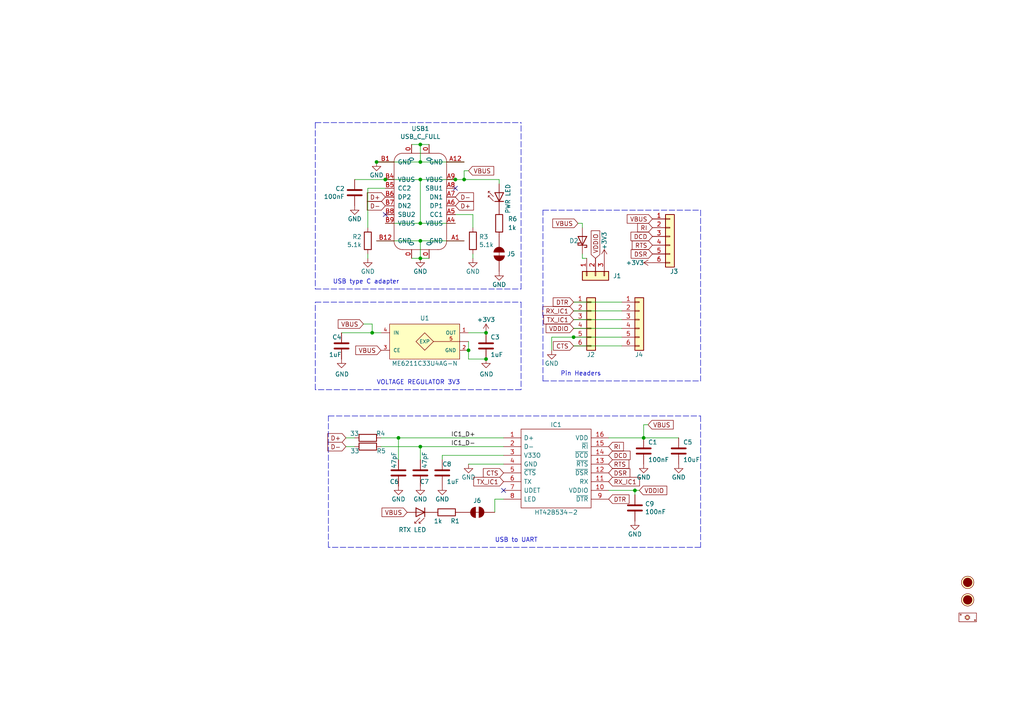
<source format=kicad_sch>
(kicad_sch (version 20211123) (generator eeschema)
  (paper "A4")
  (title_block (title "USBTTL_HT42B534-2") (date "2021-01-08") (rev "0.2") (company "GroundStudio.ro") (comment 1 "Schematic: Victor"))
  (lib_symbols
    (symbol "GS_Local:+3V3" (power) (pin_names (offset 0))
      (property "Value" "+3V3" (at 0 3.556 0))
      (symbol "+3V3_0_1"
        (polyline (pts (xy -0.762 1.27) (xy 0 2.54)))
        (polyline (pts (xy 0 0) (xy 0 2.54)))
        (polyline (pts (xy 0 2.54) (xy 0.762 1.27)))
      )
      (symbol "+3V3_1_1"
        (pin power_in line (at 0 0 90) (length 0) hide (name "+3V3") (number "1"))
      )
    )
    (symbol "GS_Local:C" (pin_numbers hide) (pin_names (offset 0.254))
      (property "Reference" "C" (at 0.635 2.54 0))
      (property "Value" "C" (at 0.635 -2.54 0))
      (symbol "C_0_1"
        (polyline (pts (xy -2.032 -0.762) (xy 2.032 -0.762)) (stroke (width 0.508)))
        (polyline (pts (xy -2.032 0.762) (xy 2.032 0.762)) (stroke (width 0.508)))
      )
      (symbol "C_1_1"
        (pin passive line (at 0 3.81 270) (length 2.794) (name "~") (number "1"))
        (pin passive line (at 0 -3.81 90) (length 2.794) (name "~") (number "2"))
      )
    )
    (symbol "GS_Local:Conn_01x03" (pin_names (offset 1.016) hide)
      (property "Reference" "J" (at 0 5.08 0))
      (property "Value" "Conn_01x03" (at 0 -5.08 0))
      (symbol "Conn_01x03_1_1"
        (rectangle (start -1.27 -2.413) (end 0 -2.667) (stroke (width 0.1524)))
        (rectangle (start -1.27 0.127) (end 0 -0.127) (stroke (width 0.1524)))
        (rectangle (start -1.27 2.667) (end 0 2.413) (stroke (width 0.1524)))
        (rectangle (start -1.27 3.81) (end 1.27 -3.81) (stroke (width 0.254)) (fill (type background)))
        (pin passive line (at -5.08 2.54 0) (length 3.81) (name "Pin_1") (number "1"))
        (pin passive line (at -5.08 0 0) (length 3.81) (name "Pin_2") (number "2"))
        (pin passive line (at -5.08 -2.54 0) (length 3.81) (name "Pin_3") (number "3"))
      )
    )
    (symbol "GS_Local:Conn_01x06" (pin_names (offset 1.016) hide)
      (property "Reference" "J" (at 0 7.62 0))
      (property "Value" "Conn_01x06" (at 0 -10.16 0))
      (symbol "Conn_01x06_1_1"
        (rectangle (start -1.27 -7.493) (end 0 -7.747) (stroke (width 0.1524)))
        (rectangle (start -1.27 -4.953) (end 0 -5.207) (stroke (width 0.1524)))
        (rectangle (start -1.27 -2.413) (end 0 -2.667) (stroke (width 0.1524)))
        (rectangle (start -1.27 0.127) (end 0 -0.127) (stroke (width 0.1524)))
        (rectangle (start -1.27 2.667) (end 0 2.413) (stroke (width 0.1524)))
        (rectangle (start -1.27 5.207) (end 0 4.953) (stroke (width 0.1524)))
        (rectangle (start -1.27 6.35) (end 1.27 -8.89) (stroke (width 0.254)) (fill (type background)))
        (pin passive line (at -5.08 5.08 0) (length 3.81) (name "Pin_1") (number "1"))
        (pin passive line (at -5.08 2.54 0) (length 3.81) (name "Pin_2") (number "2"))
        (pin passive line (at -5.08 0 0) (length 3.81) (name "Pin_3") (number "3"))
        (pin passive line (at -5.08 -2.54 0) (length 3.81) (name "Pin_4") (number "4"))
        (pin passive line (at -5.08 -5.08 0) (length 3.81) (name "Pin_5") (number "5"))
        (pin passive line (at -5.08 -7.62 0) (length 3.81) (name "Pin_6") (number "6"))
      )
    )
    (symbol "GS_Local:DY-IR333C-A" (pin_numbers hide) (pin_names (offset 1.016) hide)
      (property "Reference" "D" (at 0.508 1.778 0))
      (property "Value" "DY-IR333C-A" (at -1.016 -2.794 0))
      (symbol "DY-IR333C-A_0_1"
        (polyline (pts (xy -2.54 1.27) (xy -2.54 -1.27)) (stroke (width 0.254)))
        (polyline (pts (xy 0 0) (xy -2.54 0)))
        (polyline (pts (xy 0.381 3.175) (xy -0.127 3.175)))
        (polyline (pts (xy -1.143 1.651) (xy 0.381 3.175) (xy 0.381 2.667)))
        (polyline (pts (xy 0 -1.27) (xy -2.54 0) (xy 0 1.27) (xy 0 -1.27)) (stroke (width 0.254)))
        (polyline (pts (xy -2.413 1.651) (xy -0.889 3.175) (xy -0.889 2.667) (xy -0.889 3.175) (xy -1.397 3.175)))
      )
      (symbol "DY-IR333C-A_1_1"
        (pin passive line (at -5.08 0 0) (length 2.54) (name "K") (number "1"))
        (pin passive line (at 2.54 0 180) (length 2.54) (name "A") (number "2"))
      )
    )
    (symbol "GS_Local:D_Schottky" (pin_numbers hide) (pin_names (offset 1.016) hide)
      (property "Reference" "D" (at 0 2.54 0))
      (property "Value" "D_Schottky" (at 0 -2.54 0))
      (symbol "D_Schottky_0_1"
        (polyline (pts (xy 1.27 0) (xy -1.27 0)))
        (polyline (pts (xy 1.27 1.27) (xy 1.27 -1.27) (xy -1.27 0) (xy 1.27 1.27)) (stroke (width 0.254)))
        (polyline (pts (xy -1.905 0.635) (xy -1.905 1.27) (xy -1.27 1.27) (xy -1.27 -1.27) (xy -0.635 -1.27) (xy -0.635 -0.635)) (stroke (width 0.254)))
      )
      (symbol "D_Schottky_1_1"
        (pin passive line (at -3.81 0 0) (length 2.54) (name "K") (number "1"))
        (pin passive line (at 3.81 0 180) (length 2.54) (name "A") (number "2"))
      )
    )
    (symbol "GS_Local:Fiducial" (pin_numbers hide) (pin_names (offset 0) hide)
      (property "Value" "Fiducial" (at 0 2.54 0))
      (symbol "Fiducial_0_1"
        (circle (center 0 0) (radius 1.27) (fill (type outline)))
        (circle (center 0 0) (radius 1.8034) (fill (type background)))
      )
    )
    (symbol "GS_Local:GND" (power) (pin_names (offset 0))
      (property "Value" "GND" (at 0 -3.81 0))
      (symbol "GND_0_1"
        (polyline (pts (xy 0 0) (xy 0 -1.27) (xy 1.27 -1.27) (xy 0 -2.54) (xy -1.27 -1.27) (xy 0 -1.27)))
      )
      (symbol "GND_1_1"
        (pin power_in line (at 0 0 270) (length 0) hide (name "GND") (number "1"))
      )
    )
    (symbol "GS_Local:HT42B534-2" (pin_names (offset 0.762))
      (property "Reference" "IC" (at 26.67 7.62 0))
      (property "Value" "HT42B534-2" (at 26.67 5.08 0))
      (symbol "HT42B534-2_0_0"
        (pin passive line (at 0 0 0) (length 5.08) (name "D+") (number "1"))
        (pin passive line (at 30.48 -15.24 180) (length 5.08) (name "VDDIO") (number "10"))
        (pin passive line (at 30.48 -12.7 180) (length 5.08) (name "RX") (number "11"))
        (pin passive line (at 30.48 -10.16 180) (length 5.08) (name "~{DSR}") (number "12"))
        (pin passive line (at 30.48 -7.62 180) (length 5.08) (name "~{RTS}") (number "13"))
        (pin passive line (at 30.48 -5.08 180) (length 5.08) (name "~{DCD}") (number "14"))
        (pin passive line (at 30.48 -2.54 180) (length 5.08) (name "~{RI}") (number "15"))
        (pin passive line (at 30.48 0 180) (length 5.08) (name "VDD") (number "16"))
        (pin passive line (at 0 -2.54 0) (length 5.08) (name "D-") (number "2"))
        (pin passive line (at 0 -5.08 0) (length 5.08) (name "V33O") (number "3"))
        (pin passive line (at 0 -7.62 0) (length 5.08) (name "GND") (number "4"))
        (pin passive line (at 0 -10.16 0) (length 5.08) (name "~{CTS}") (number "5"))
        (pin passive line (at 0 -12.7 0) (length 5.08) (name "TX") (number "6"))
        (pin passive line (at 0 -15.24 0) (length 5.08) (name "UDET") (number "7"))
        (pin passive line (at 0 -17.78 0) (length 5.08) (name "LED") (number "8"))
        (pin passive line (at 30.48 -17.78 180) (length 5.08) (name "~{DTR}") (number "9"))
      )
      (symbol "HT42B534-2_0_1"
        (polyline (pts (xy 5.08 2.54) (xy 25.4 2.54) (xy 25.4 -20.32) (xy 5.08 -20.32) (xy 5.08 2.54)) (stroke (width 0.1524)))
      )
    )
    (symbol "GS_Local:ME6211C33U4AG-N" (pin_names (offset 1.016))
      (property "Reference" "REG" (at -8.89 8.89 0))
      (property "Value" "ME6211C33U4AG-N" (at -8.89 -5.08 0))
      (symbol "ME6211C33U4AG-N_0_0"
        (pin power_out line (at 12.7 5.08 180) (length 2.54) (name "OUT") (number "1"))
        (pin power_in line (at 12.7 0 180) (length 2.54) (name "GND") (number "2"))
        (pin power_in line (at -12.7 0 0) (length 2.54) (name "CE") (number "3"))
        (pin power_in line (at -12.7 5.08 0) (length 2.54) (name "IN") (number "4"))
        (pin power_out line (at 12.7 2.54 180) (length 10.16) (name "EXP") (number "5"))
      )
      (symbol "ME6211C33U4AG-N_0_1"
        (rectangle (start -10.16 7.62) (end 10.16 -2.54) (fill (type background)))
        (polyline (pts (xy -2.54 2.54) (xy 0 5.08) (xy 2.54 2.54) (xy 0 0) (xy -2.54 2.54)))
      )
    )
    (symbol "GS_Local:PCB" (pin_names (offset 1.016))
      (symbol "PCB_0_1"
        (rectangle (start -2.54 1.27) (end 2.54 -1.27))
        (circle (center -2.032 0.7874) (radius 0.1778) (fill (type background)))
        (rectangle (start -0.5334 0.4318) (end 0.381 -0.4826) (fill (type background)))
        (polyline (pts (xy -0.254 -0.4826) (xy -0.254 -0.7874)))
        (polyline (pts (xy 0.1016 -0.5334) (xy 0.1016 -0.8128)))
        (polyline (pts (xy 0.381 0.1524) (xy 0.6604 0.1524)))
        (polyline (pts (xy 0.4064 -0.2032) (xy 0.6858 -0.2032)))
      )
      (symbol "PCB_1_1"
        (polyline (pts (xy -0.8636 -0.2032) (xy -0.5842 -0.2032)))
        (polyline (pts (xy -0.8636 0.2032) (xy -0.5842 0.2032)))
        (polyline (pts (xy -0.254 0.508) (xy -0.254 0.7874)))
        (polyline (pts (xy 0.1016 0.508) (xy 0.1016 0.7874)))
        (circle (center 2.1082 -0.8128) (radius 0.1778) (fill (type background)))
      )
    )
    (symbol "GS_Local:R" (pin_numbers hide) (pin_names (offset 0))
      (property "Reference" "R" (at 2.032 0 90))
      (property "Value" "R" (at 0 0 90))
      (symbol "R_0_1"
        (rectangle (start -1.016 -2.54) (end 1.016 2.54) (stroke (width 0.254)))
      )
      (symbol "R_1_1"
        (pin passive line (at 0 3.81 270) (length 1.27) (name "~") (number "1"))
        (pin passive line (at 0 -3.81 90) (length 1.27) (name "~") (number "2"))
      )
    )
    (symbol "GS_Local:SolderJumper_NC" (pin_numbers hide) (pin_names (offset 0) hide)
      (property "Reference" "J" (at 0 10.16 0))
      (property "Value" "SolderJumper_NC" (at 3.81 0 90))
      (symbol "SolderJumper_NC_0_1"
        (polyline (pts (xy 1.524 0.508) (xy -1.524 0.508)))
        (polyline (pts (xy 0 0.6604) (xy 0 -0.6096) (xy 0.0508 -0.7112)))
        (arc (start 1.4986 0.508) (mid -0.0254 1.982) (end -1.5494 0.508) (fill (type outline)))
      )
      (symbol "SolderJumper_NC_1_1"
        (arc (start -1.4986 -0.508) (mid 0.0254 -1.982) (end 1.5494 -0.508) (fill (type outline)))
        (polyline (pts (xy -1.524 -0.508) (xy 1.524 -0.508)))
        (pin passive line (at 0 5.08 270) (length 2.9972) (name "1") (number "1"))
        (pin passive line (at 0 -5.08 90) (length 2.9972) (name "2") (number "2"))
      )
    )
    (symbol "GS_Local:USB_C_FULL" (pin_names (offset 1.016))
      (property "Reference" "USB" (at 5.5118 -16.7386 0))
      (property "Value" "USB_C_FULL" (at -9.6266 13.9446 0))
      (symbol "USB_C_FULL_0_1"
        (arc (start -7.62 -12.7) (mid -6.9073 -14.5273) (end -5.08 -15.24))
        (arc (start -5.08 12.7) (mid -6.9073 11.9873) (end -7.62 10.16))
        (polyline (pts (xy -7.62 10.16) (xy -7.62 -12.7)))
        (polyline (pts (xy -5.08 -15.24) (xy 5.08 -15.24)))
        (polyline (pts (xy 5.08 12.7) (xy -5.08 12.7)))
        (polyline (pts (xy 7.62 -12.7) (xy 7.62 10.16)))
        (arc (start 5.08 -15.24) (mid 6.9331 -14.5351) (end 7.62 -12.6746))
        (arc (start 7.62 10.16) (mid 6.9073 11.9873) (end 5.08 12.7))
      )
      (symbol "USB_C_FULL_1_1"
        (pin passive line (at -2.54 -17.78 90) (length 2.54) (name "0") (number "0"))
        (pin passive line (at -2.54 15.24 270) (length 2.54) (name "0") (number "0"))
        (pin passive line (at 2.54 -17.78 90) (length 2.54) (name "0") (number "0"))
        (pin passive line (at 2.54 15.24 270) (length 2.54) (name "0") (number "0"))
        (pin power_in line (at 12.7 -12.7 180) (length 5.08) (name "GND") (number "A1"))
        (pin power_in line (at 12.7 10.16 180) (length 5.08) (name "GND") (number "A12"))
        (pin power_in line (at 10.16 -7.62 180) (length 2.54) (name "VBUS") (number "A4"))
        (pin bidirectional line (at 10.16 -5.08 180) (length 2.54) (name "CC1") (number "A5"))
        (pin bidirectional line (at 10.16 -2.54 180) (length 2.54) (name "DP1") (number "A6"))
        (pin bidirectional line (at 10.16 0 180) (length 2.54) (name "DN1") (number "A7"))
        (pin bidirectional line (at 10.16 2.54 180) (length 2.54) (name "SBU1") (number "A8"))
        (pin power_in line (at 10.16 5.08 180) (length 2.54) (name "VBUS") (number "A9"))
        (pin power_in line (at -12.7 10.16 0) (length 5.08) (name "GND") (number "B1"))
        (pin power_in line (at -12.7 -12.7 0) (length 5.08) (name "GND") (number "B12"))
        (pin power_in line (at -10.16 5.08 0) (length 2.54) (name "VBUS") (number "B4"))
        (pin bidirectional line (at -10.16 2.54 0) (length 2.54) (name "CC2") (number "B5"))
        (pin bidirectional line (at -10.16 0 0) (length 2.54) (name "DP2") (number "B6"))
        (pin bidirectional line (at -10.16 -2.54 0) (length 2.54) (name "DN2") (number "B7"))
        (pin bidirectional line (at -10.16 -5.08 0) (length 2.54) (name "SBU2") (number "B8"))
        (pin power_in line (at -10.16 -7.62 0) (length 2.54) (name "VBUS") (number "B9"))
      )
    )
  )
  (junction (at 109.22 46.99))
  (junction (at 121.92 46.99))
  (junction (at 184.15 142.24))
  (junction (at 132.08 52.07))
  (junction (at 134.62 52.07))
  (junction (at 121.92 74.93))
  (junction (at 111.76 52.07))
  (junction (at 166.37 97.79))
  (junction (at 121.92 129.54))
  (junction (at 121.92 69.85))
  (junction (at 121.92 52.07))
  (junction (at 121.92 41.91))
  (junction (at 107.95 96.52))
  (junction (at 140.97 96.52))
  (junction (at 135.89 101.6))
  (junction (at 186.69 127))
  (junction (at 115.57 127))
  (junction (at 140.97 104.14))
  (junction (at 121.92 64.77))
  (no_connect (at 132.08 54.61))
  (no_connect (at 146.05 142.24))
  (no_connect (at 111.76 62.23))
  (wire (pts (xy 124.46 74.93) (xy 121.92 74.93)))
  (polyline (pts (xy 203.2 120.65) (xy 203.2 158.75)))
  (polyline (pts (xy 91.44 87.63) (xy 151.13 87.63)))
  (wire (pts (xy 121.92 64.77) (xy 132.08 64.77)))
  (wire (pts (xy 99.06 96.52) (xy 107.95 96.52)))
  (wire (pts (xy 180.34 97.79) (xy 166.37 97.79)))
  (wire (pts (xy 121.92 52.07) (xy 132.08 52.07)))
  (wire (pts (xy 111.76 64.77) (xy 121.92 64.77)))
  (wire (pts (xy 100.33 127) (xy 102.87 127)))
  (wire (pts (xy 121.92 129.54) (xy 146.05 129.54)))
  (wire (pts (xy 121.92 41.91) (xy 121.92 46.99)))
  (wire (pts (xy 134.62 49.53) (xy 134.62 52.07)))
  (wire (pts (xy 137.16 62.23) (xy 137.16 66.04)))
  (wire (pts (xy 128.27 132.08) (xy 146.05 132.08)))
  (polyline (pts (xy 95.25 120.65) (xy 203.2 120.65)))
  (wire (pts (xy 107.95 96.52) (xy 110.49 96.52)))
  (wire (pts (xy 180.34 90.17) (xy 166.37 90.17)))
  (wire (pts (xy 180.34 95.25) (xy 166.37 95.25)))
  (polyline (pts (xy 157.48 110.49) (xy 157.48 60.96)))
  (wire (pts (xy 111.76 54.61) (xy 106.68 54.61)))
  (wire (pts (xy 115.57 133.35) (xy 115.57 127)))
  (wire (pts (xy 109.22 69.85) (xy 121.92 69.85)))
  (wire (pts (xy 110.49 129.54) (xy 121.92 129.54)))
  (wire (pts (xy 180.34 87.63) (xy 166.37 87.63)))
  (wire (pts (xy 137.16 74.93) (xy 137.16 73.66)))
  (wire (pts (xy 121.92 69.85) (xy 134.62 69.85)))
  (polyline (pts (xy 91.44 35.56) (xy 91.44 83.82)))
  (wire (pts (xy 186.69 127) (xy 196.85 127)))
  (wire (pts (xy 160.02 97.79) (xy 160.02 101.6)))
  (wire (pts (xy 119.38 74.93) (xy 121.92 74.93)))
  (wire (pts (xy 135.89 104.14) (xy 135.89 101.6)))
  (polyline (pts (xy 157.48 110.49) (xy 203.2 110.49)))
  (wire (pts (xy 121.92 46.99) (xy 134.62 46.99)))
  (wire (pts (xy 106.68 73.66) (xy 106.68 74.93)))
  (wire (pts (xy 111.76 52.07) (xy 121.92 52.07)))
  (polyline (pts (xy 91.44 113.03) (xy 91.44 87.63)))
  (wire (pts (xy 166.37 97.79) (xy 160.02 97.79)))
  (wire (pts (xy 168.91 73.66) (xy 168.91 74.93)))
  (wire (pts (xy 134.62 52.07) (xy 144.78 52.07)))
  (wire (pts (xy 176.53 142.24) (xy 184.15 142.24)))
  (wire (pts (xy 168.91 74.93) (xy 170.18 74.93)))
  (polyline (pts (xy 151.13 87.63) (xy 151.13 113.03)))
  (wire (pts (xy 121.92 41.91) (xy 124.46 41.91)))
  (wire (pts (xy 107.95 93.98) (xy 107.95 96.52)))
  (polyline (pts (xy 91.44 83.82) (xy 151.13 83.82)))
  (wire (pts (xy 184.15 143.51) (xy 184.15 142.24)))
  (wire (pts (xy 105.41 93.98) (xy 107.95 93.98)))
  (wire (pts (xy 121.92 133.35) (xy 121.92 129.54)))
  (wire (pts (xy 128.27 132.08) (xy 128.27 133.35)))
  (wire (pts (xy 180.34 92.71) (xy 166.37 92.71)))
  (wire (pts (xy 119.38 41.91) (xy 121.92 41.91)))
  (wire (pts (xy 143.51 144.78) (xy 143.51 148.59)))
  (wire (pts (xy 135.89 99.06) (xy 135.89 101.6)))
  (polyline (pts (xy 157.48 60.96) (xy 203.2 60.96)))
  (wire (pts (xy 144.78 52.07) (xy 144.78 53.34)))
  (wire (pts (xy 168.91 64.77) (xy 168.91 66.04)))
  (wire (pts (xy 121.92 74.93) (xy 121.92 69.85)))
  (wire (pts (xy 167.64 64.77) (xy 168.91 64.77)))
  (polyline (pts (xy 151.13 113.03) (xy 91.44 113.03)))
  (wire (pts (xy 132.08 62.23) (xy 137.16 62.23)))
  (wire (pts (xy 186.69 123.19) (xy 187.96 123.19)))
  (wire (pts (xy 176.53 127) (xy 186.69 127)))
  (wire (pts (xy 102.87 52.07) (xy 111.76 52.07)))
  (wire (pts (xy 185.42 142.24) (xy 184.15 142.24)))
  (wire (pts (xy 186.69 123.19) (xy 186.69 127)))
  (wire (pts (xy 146.05 144.78) (xy 143.51 144.78)))
  (polyline (pts (xy 95.25 158.75) (xy 95.25 120.65)))
  (polyline (pts (xy 91.44 35.56) (xy 151.13 35.56)))
  (wire (pts (xy 132.08 52.07) (xy 134.62 52.07)))
  (polyline (pts (xy 203.2 60.96) (xy 203.2 110.49)))
  (wire (pts (xy 106.68 54.61) (xy 106.68 66.04)))
  (wire (pts (xy 121.92 52.07) (xy 121.92 64.77)))
  (polyline (pts (xy 203.2 158.75) (xy 95.25 158.75)))
  (wire (pts (xy 135.89 104.14) (xy 140.97 104.14)))
  (wire (pts (xy 135.89 49.53) (xy 134.62 49.53)))
  (wire (pts (xy 100.33 129.54) (xy 102.87 129.54)))
  (wire (pts (xy 110.49 127) (xy 115.57 127)))
  (wire (pts (xy 109.22 46.99) (xy 121.92 46.99)))
  (polyline (pts (xy 151.13 83.82) (xy 151.13 35.56)))
  (wire (pts (xy 180.34 100.33) (xy 166.37 100.33)))
  (wire (pts (xy 135.89 96.52) (xy 140.97 96.52)))
  (wire (pts (xy 115.57 127) (xy 146.05 127)))
  (wire (pts (xy 135.89 134.62) (xy 146.05 134.62)))
  (text "USB to UART" (at 143.51 157.48 0) (effects (font (size 1.27 1.27)) (justify left bottom)))
  (text "USB type C adapter" (at 96.52 82.55 0) (effects (font (size 1.27 1.27)) (justify left bottom)))
  (text "Pin Headers" (at 162.56 109.22 0) (effects (font (size 1.27 1.27)) (justify left bottom)))
  (text "VOLTAGE REGULATOR 3V3" (at 109.22 111.76 0) (effects (font (size 1.27 1.27)) (justify left bottom)))
  (label "IC1_D+" (at 130.81 127 0))
  (label "IC1_D-" (at 130.81 129.54 0))
  (global_label "VBUS" (shape input) (at 187.96 123.19 0) (property "Intersheet References" "${INTERSHEET_REFS}" (effects hide)))
  (global_label "TX_IC1" (shape input) (at 146.05 139.7 180) (property "Intersheet References" "${INTERSHEET_REFS}" (effects hide)))
  (global_label "CTS" (shape input) (at 166.37 100.33 180) (property "Intersheet References" "${INTERSHEET_REFS}" (effects hide)))
  (global_label "RX_IC1" (shape input) (at 166.37 90.17 180) (property "Intersheet References" "${INTERSHEET_REFS}" (effects hide)))
  (global_label "D+" (shape input) (at 132.08 59.69 0) (property "Intersheet References" "${INTERSHEET_REFS}" (effects hide)))
  (global_label "VBUS" (shape input) (at 135.89 49.53 0) (property "Intersheet References" "${INTERSHEET_REFS}" (effects hide)))
  (global_label "RI" (shape input) (at 189.23 66.04 180) (property "Intersheet References" "${INTERSHEET_REFS}" (effects hide)))
  (global_label "RX_IC1" (shape input) (at 176.53 139.7 0) (property "Intersheet References" "${INTERSHEET_REFS}" (effects hide)))
  (global_label "D-" (shape input) (at 111.76 59.69 180) (property "Intersheet References" "${INTERSHEET_REFS}" (effects hide)))
  (global_label "VDDIO" (shape input) (at 185.42 142.24 0) (property "Intersheet References" "${INTERSHEET_REFS}" (effects hide)))
  (global_label "VBUS" (shape input) (at 167.64 64.77 180) (property "Intersheet References" "${INTERSHEET_REFS}" (effects hide)))
  (global_label "DTR" (shape input) (at 166.37 87.63 180) (property "Intersheet References" "${INTERSHEET_REFS}" (effects hide)))
  (global_label "DSR" (shape input) (at 176.53 137.16 0) (property "Intersheet References" "${INTERSHEET_REFS}" (effects hide)))
  (global_label "D-" (shape input) (at 100.33 129.54 180) (property "Intersheet References" "${INTERSHEET_REFS}" (effects hide)))
  (global_label "DTR" (shape input) (at 176.53 144.78 0) (property "Intersheet References" "${INTERSHEET_REFS}" (effects hide)))
  (global_label "RTS" (shape input) (at 189.23 71.12 180) (property "Intersheet References" "${INTERSHEET_REFS}" (effects hide)))
  (global_label "DCD" (shape input) (at 189.23 68.58 180) (property "Intersheet References" "${INTERSHEET_REFS}" (effects hide)))
  (global_label "VBUS" (shape input) (at 105.41 93.98 180) (property "Intersheet References" "${INTERSHEET_REFS}" (effects hide)))
  (global_label "DSR" (shape input) (at 189.23 73.66 180) (property "Intersheet References" "${INTERSHEET_REFS}" (effects hide)))
  (global_label "VBUS" (shape input) (at 189.23 63.5 180) (property "Intersheet References" "${INTERSHEET_REFS}" (effects hide)))
  (global_label "TX_IC1" (shape input) (at 166.37 92.71 180) (property "Intersheet References" "${INTERSHEET_REFS}" (effects hide)))
  (global_label "VBUS" (shape input) (at 110.49 101.6 180) (property "Intersheet References" "${INTERSHEET_REFS}" (effects hide)))
  (global_label "CTS" (shape input) (at 146.05 137.16 180) (property "Intersheet References" "${INTERSHEET_REFS}" (effects hide)))
  (global_label "D-" (shape input) (at 132.08 57.15 0) (property "Intersheet References" "${INTERSHEET_REFS}" (effects hide)))
  (global_label "RTS" (shape input) (at 176.53 134.62 0) (property "Intersheet References" "${INTERSHEET_REFS}" (effects hide)))
  (global_label "VBUS" (shape input) (at 118.11 148.59 180) (property "Intersheet References" "${INTERSHEET_REFS}" (effects hide)))
  (global_label "VDDIO" (shape input) (at 166.37 95.25 180) (property "Intersheet References" "${INTERSHEET_REFS}" (effects hide)))
  (global_label "RI" (shape input) (at 176.53 129.54 0) (property "Intersheet References" "${INTERSHEET_REFS}" (effects hide)))
  (global_label "D+" (shape input) (at 100.33 127 180) (property "Intersheet References" "${INTERSHEET_REFS}" (effects hide)))
  (global_label "VDDIO" (shape input) (at 172.72 74.93 90) (property "Intersheet References" "${INTERSHEET_REFS}" (effects hide)))
  (global_label "D+" (shape input) (at 111.76 57.15 180) (property "Intersheet References" "${INTERSHEET_REFS}" (effects hide)))
  (global_label "DCD" (shape input) (at 176.53 132.08 0) (property "Intersheet References" "${INTERSHEET_REFS}" (effects hide)))
  (symbol (lib_id "GS_Local:USB_C_FULL") (at 121.92 57.15 0) (unit 1)
    (property "Reference" "USB1" (at 121.92 37.3126 0))
    (property "Value" "USB_C_FULL" (at 121.92 39.624 0))
    (property "Footprint" "GS_Local:USB_C_C167321" (effects hide))
    (property "Datasheet" "https://datasheet.lcsc.com/szlcsc/1811101520_Jing-Extension-of-the-Electronic-Co-C167321_C167321.pdf" (effects hide))
    (property "MPN" "918-418K2023S40001" (effects hide))
    (property "LCSC" "C167321" (effects hide))
  )
  (symbol (lib_id "GS_Local:HT42B534-2") (at 146.05 127 0) (unit 1)
    (property "Reference" "IC1" (at 161.29 123.19 0))
    (property "Value" "HT42B534-2" (at 161.29 148.59 0))
    (property "Footprint" "GS_Local:SOP-16_150MIL" (effects hide))
    (property "Datasheet" "https://datasheet.lcsc.com/szlcsc/2003091732_Holtek-Semicon-HT42B534-2_C493361.pdf" (effects hide))
    (property "MPN" "HT42B534-2" (effects hide))
    (property "LCSC" "C493361" (effects hide))
  )
  (symbol (lib_id "GS_Local:Conn_01x06") (at 171.45 92.71 0) (unit 1)
    (property "Reference" "J2" (at 170.18 102.87 0) (effects (justify left)))
    (property "Value" "Conn_Female" (effects hide))
    (property "Footprint" "GS_Local:PinHeader_1x06_P2.54mm_Vertical_Female" (effects hide))
    (property "Datasheet" "https://datasheet.lcsc.com/szlcsc/1810221911_Ckmtw-Shenzhen-Cankemeng-C124415_C124415.pdf" (effects hide))
    (property "MPN" "C124415" (effects hide))
    (property "LCSC" "C124415" (effects hide))
  )
  (symbol (lib_id "GS_Local:R") (at 137.16 69.85 0) (unit 1)
    (property "Reference" "R3" (at 138.938 68.6816 0) (effects (justify left)))
    (property "Value" "5.1k" (at 138.938 70.993 0) (effects (justify left)))
    (property "Footprint" "GS_Local:R_0402_1005Metric" (effects hide))
    (property "Datasheet" "https://datasheet.lcsc.com/szlcsc/1811141743_FH-Guangdong-Fenghua-Advanced-Tech-RC-02W5101FT_C294638.pdf" (effects hide))
    (property "LCSC" "C294638" (effects hide))
    (property "MPN" "RC-02W5101FT" (effects hide))
  )
  (symbol (lib_id "GS_Local:C") (at 184.15 147.32 0) (unit 1)
    (property "Reference" "C9" (at 187.071 146.1516 0) (effects (justify left)))
    (property "Value" "100nF" (at 187.071 148.463 0) (effects (justify left)))
    (property "Footprint" "GS_Local:C_0402_1005Metric" (effects hide))
    (property "Datasheet" "https://datasheet.lcsc.com/szlcsc/1912111437_Walsin-Tech-Corp-0402B104K100CT_C387941.pdf" (effects hide))
    (property "MPN" "0402B104K100CT" (effects hide))
    (property "LCSC" "C387941" (effects hide))
  )
  (symbol (lib_id "GS_Local:R") (at 106.68 69.85 0) (mirror x) (unit 1)
    (property "Reference" "R2" (at 104.902 68.6816 0) (effects (justify right)))
    (property "Value" "5.1k" (at 104.902 70.993 0) (effects (justify right)))
    (property "Footprint" "GS_Local:R_0402_1005Metric" (effects hide))
    (property "Datasheet" "https://datasheet.lcsc.com/szlcsc/1811141743_FH-Guangdong-Fenghua-Advanced-Tech-RC-02W5101FT_C294638.pdf" (effects hide))
    (property "MPN" "RC-02W5101FT" (effects hide))
    (property "LCSC" "C294638" (effects hide))
  )
  (symbol (lib_id "GS_Local:GND") (at 121.92 74.93 0) (unit 1)
    (property "Reference" "#PWR0101" (effects hide))
    (property "Value" "GND" (at 121.92 78.74 0))
  )
  (symbol (lib_id "GS_Local:GND") (at 184.15 151.13 0) (unit 1)
    (property "Reference" "#PWR0104" (effects hide))
    (property "Value" "GND" (at 184.15 154.94 0))
  )
  (symbol (lib_id "GS_Local:C") (at 196.85 130.81 0) (unit 1)
    (property "Reference" "C5" (at 198.12 128.27 0) (effects (justify left)))
    (property "Value" "10uF" (at 198.12 133.35 0) (effects (justify left)))
    (property "Footprint" "GS_Local:C_0402_1005Metric" (effects hide))
    (property "Datasheet" "https://datasheet.lcsc.com/szlcsc/1912111437_Taiyo-Yuden-LDK105CBJ106MVLF_C386033.pdf" (effects hide))
    (property "MPN" "LDK105CBJ106MVLF" (effects hide))
    (property "LCSC" "C386033" (effects hide))
  )
  (symbol (lib_id "GS_Local:DY-IR333C-A") (at 120.65 148.59 180) (unit 1)
    (property "Reference" "D1" (effects hide))
    (property "Value" "RTX LED" (at 115.57 153.67 0) (effects (justify right)))
    (property "Footprint" "GS_Local:LED_0402_1005Metric" (effects hide))
    (property "Datasheet" "https://datasheet.lcsc.com/szlcsc/2006241134_TUOZHAN-TZ-P2-0402GTIA1-0-45T_C688877.pdf" (effects hide))
    (property "MPN" "TZ-P2-0402GTIA1-0.45T" (effects hide))
    (property "LCSC" "C688877" (effects hide))
  )
  (symbol (lib_id "GS_Local:C") (at 128.27 137.16 0) (unit 1)
    (property "Reference" "C8" (at 128.27 134.62 0) (effects (justify left)))
    (property "Value" "1uF" (at 129.54 139.7 0) (effects (justify left)))
    (property "Footprint" "GS_Local:C_0402_1005Metric" (effects hide))
    (property "Datasheet" "https://datasheet.lcsc.com/szlcsc/2005061106_PSA-Prosperity-Dielectrics-FS15B105K100PKG_C525324.pdf" (effects hide))
    (property "MPN" "FS15B105K100PKG" (effects hide))
    (property "LCSC" "C525324" (effects hide))
  )
  (symbol (lib_id "GS_Local:R") (at 129.54 148.59 90) (mirror x) (unit 1)
    (property "Reference" "R1" (at 133.35 151.13 90) (effects (justify left)))
    (property "Value" "1k" (at 128.27 151.13 90) (effects (justify left)))
    (property "Footprint" "GS_Local:R_0402_1005Metric" (effects hide))
    (property "Datasheet" "https://datasheet.lcsc.com/szlcsc/1811141734_FH-Guangdong-Fenghua-Advanced-Tech-RC-02W1001FT_C226166.pdf" (effects hide))
    (property "MPN" "RC-02W1001FT" (effects hide))
    (property "LCSC" "C226166" (effects hide))
  )
  (symbol (lib_id "GS_Local:GND") (at 115.57 140.97 0) (unit 1)
    (property "Reference" "#PWR0109" (effects hide))
    (property "Value" "GND" (at 115.57 144.78 0))
  )
  (symbol (lib_id "GS_Local:C") (at 186.69 130.81 0) (unit 1)
    (property "Reference" "C1" (at 187.96 128.27 0) (effects (justify left)))
    (property "Value" "100nF" (at 187.96 133.35 0) (effects (justify left)))
    (property "Footprint" "GS_Local:C_0402_1005Metric" (effects hide))
    (property "Datasheet" "https://datasheet.lcsc.com/szlcsc/1912111437_Walsin-Tech-Corp-0402B104K100CT_C387941.pdf" (effects hide))
    (property "MPN" "0402B104K100CT" (effects hide))
    (property "LCSC" "C387941" (effects hide))
  )
  (symbol (lib_id "GS_Local:GND") (at 196.85 134.62 0) (unit 1)
    (property "Reference" "#PWR0102" (effects hide))
    (property "Value" "GND" (at 196.85 138.43 0))
  )
  (symbol (lib_id "GS_Local:+3V3") (at 175.26 74.93 0) (unit 1)
    (property "Reference" "#PWR0103" (effects hide))
    (property "Value" "+3V3" (at 175.26 69.85 90))
  )
  (symbol (lib_id "GS_Local:C") (at 102.87 55.88 0) (mirror x) (unit 1)
    (property "Reference" "C2" (at 99.9744 54.7116 0) (effects (justify right)))
    (property "Value" "100nF" (at 99.9744 57.023 0) (effects (justify right)))
    (property "Footprint" "GS_Local:C_0402_1005Metric" (effects hide))
    (property "Datasheet" "https://datasheet.lcsc.com/szlcsc/1912111437_Walsin-Tech-Corp-0402B104K100CT_C387941.pdf" (effects hide))
    (property "MPN" "0402B104K100CT" (effects hide))
    (property "LCSC" "C387941" (effects hide))
  )
  (symbol (lib_id "GS_Local:R") (at 106.68 127 90) (unit 1)
    (property "Reference" "R4" (at 111.76 125.73 90) (effects (justify left)))
    (property "Value" "33" (at 104.14 125.73 90) (effects (justify left)))
    (property "Footprint" "GS_Local:R_0402_1005Metric" (effects hide))
    (property "Datasheet" "https://datasheet.lcsc.com/szlcsc/1811141740_FH-Guangdong-Fenghua-Advanced-Tech-RC-02W33R0FT_C140161.pdf" (effects hide))
    (property "MPN" "RC-02W33R0FT" (effects hide))
    (property "LCSC" "C140161" (effects hide))
  )
  (symbol (lib_id "GS_Local:R") (at 106.68 129.54 270) (unit 1)
    (property "Reference" "R5" (at 109.22 130.81 90) (effects (justify left)))
    (property "Value" "33" (at 101.6 130.81 90) (effects (justify left)))
    (property "Footprint" "GS_Local:R_0402_1005Metric" (effects hide))
    (property "Datasheet" "https://datasheet.lcsc.com/szlcsc/1811141740_FH-Guangdong-Fenghua-Advanced-Tech-RC-02W33R0FT_C140161.pdf" (effects hide))
    (property "LCSC" "C140161" (effects hide))
    (property "MPN" "RC-02W33R0FT" (effects hide))
  )
  (symbol (lib_id "GS_Local:ME6211C33U4AG-N") (at 123.19 101.6 0) (unit 1)
    (property "Reference" "U1" (at 123.19 92.2782 0))
    (property "Value" "ME6211C33U4AG-N" (at 123.19 105.41 0))
    (property "Footprint" "GS_Local:FBP1-1-4" (effects hide))
    (property "Datasheet" "https://datasheet.lcsc.com/szlcsc/2005081834_MICRONE-Nanjing-Micro-One-Elec-ME6211C33U4AG-N_C428904.pdf" (effects hide))
    (property "MPN" "ME6211C33U4AG-N" (effects hide))
    (property "LCSC" "C428904" (effects hide))
  )
  (symbol (lib_id "GS_Local:Conn_01x03") (at 172.72 80.01 90) (mirror x) (unit 1)
    (property "Reference" "J1" (at 177.8 80.01 90) (effects (justify right)))
    (property "Value" "Conn_Male" (effects hide))
    (property "Footprint" "GS_Local:PinHeader_1x03_P2.54mm_Vertical_Male" (effects hide))
    (property "Datasheet" "https://datasheet.lcsc.com/szlcsc/1811132313_BOOMELE-Boom-Precision-Elec-C49257_C49257.pdf" (effects hide))
    (property "MPN" "C49257" (effects hide))
    (property "LCSC" "C49257" (effects hide))
  )
  (symbol (lib_id "GS_Local:C") (at 115.57 137.16 0) (unit 1)
    (property "Reference" "C6" (at 113.03 139.7 0) (effects (justify left)))
    (property "Value" "47pF" (at 114.3 135.89 90) (effects (justify left)))
    (property "Footprint" "GS_Local:C_0402_1005Metric" (effects hide))
    (property "Datasheet" "https://datasheet.lcsc.com/szlcsc/2006151232_PSA-Prosperity-Dielectrics-FN15N470J500PNG_C525215.pdf" (effects hide))
    (property "MPN" "FN15N470J500PNG" (effects hide))
    (property "LCSC" "C525215" (effects hide))
  )
  (symbol (lib_id "GS_Local:C") (at 121.92 137.16 0) (mirror y) (unit 1)
    (property "Reference" "C7" (at 124.46 139.7 0) (effects (justify left)))
    (property "Value" "47pF" (at 123.19 135.89 90) (effects (justify left)))
    (property "Footprint" "GS_Local:C_0402_1005Metric" (effects hide))
    (property "Datasheet" "https://datasheet.lcsc.com/szlcsc/2006151232_PSA-Prosperity-Dielectrics-FN15N470J500PNG_C525215.pdf" (effects hide))
    (property "MPN" "FN15N470J500PNG" (effects hide))
    (property "LCSC" "C525215" (effects hide))
  )
  (symbol (lib_id "GS_Local:GND") (at 160.02 101.6 0) (unit 1)
    (property "Reference" "#PWR0105" (effects hide))
    (property "Value" "GND" (at 160.02 105.41 0))
  )
  (symbol (lib_id "GS_Local:GND") (at 135.89 134.62 0) (unit 1)
    (property "Reference" "#PWR0111" (effects hide))
    (property "Value" "GND" (at 135.89 138.43 0))
  )
  (symbol (lib_id "GS_Local:Conn_01x06") (at 194.31 68.58 0) (unit 1)
    (property "Reference" "J3" (at 194.31 78.74 0) (effects (justify left)))
    (property "Value" "Conn_Male" (effects hide))
    (property "Footprint" "GS_Local:PinHeader_1x06_P2.54mm_Vertical_Male" (effects hide))
    (property "Datasheet" "https://datasheet.lcsc.com/szlcsc/1810312320_BOOMELE-Boom-Precision-Elec-C37208_C37208.pdf" (effects hide))
    (property "MPN" "C37208" (effects hide))
    (property "LCSC" "C37208" (effects hide))
  )
  (symbol (lib_id "GS_Local:Conn_01x06") (at 185.42 92.71 0) (unit 1)
    (property "Reference" "J4" (at 184.15 102.87 0) (effects (justify left)))
    (property "Value" "Conn_Male" (effects hide))
    (property "Footprint" "GS_Local:PinHeader_1x06_P2.54mm_Vertical_Male" (effects hide))
    (property "Datasheet" "https://datasheet.lcsc.com/szlcsc/1810312320_BOOMELE-Boom-Precision-Elec-C37208_C37208.pdf" (effects hide))
    (property "MPN" "C37208" (effects hide))
    (property "LCSC" "C37208" (effects hide))
  )
  (symbol (lib_id "GS_Local:C") (at 140.97 100.33 0) (unit 1)
    (property "Reference" "C3" (at 142.24 97.79 0) (effects (justify left)))
    (property "Value" "1uF" (at 142.24 102.87 0) (effects (justify left)))
    (property "Footprint" "GS_Local:C_0402_1005Metric" (effects hide))
    (property "Datasheet" "https://datasheet.lcsc.com/szlcsc/2005061106_PSA-Prosperity-Dielectrics-FS15B105K100PKG_C525324.pdf" (effects hide))
    (property "MPN" "FS15B105K100PKG" (effects hide))
    (property "LCSC" "C525324" (effects hide))
  )
  (symbol (lib_id "GS_Local:C") (at 99.06 100.33 0) (mirror y) (unit 1)
    (property "Reference" "C4" (at 99.06 97.79 0) (effects (justify left)))
    (property "Value" "1uF" (at 99.06 102.87 0) (effects (justify left)))
    (property "Footprint" "GS_Local:C_0402_1005Metric" (effects hide))
    (property "Datasheet" "https://datasheet.lcsc.com/szlcsc/2005061106_PSA-Prosperity-Dielectrics-FS15B105K100PKG_C525324.pdf" (effects hide))
    (property "LCSC" "C525324" (effects hide))
    (property "MPN" "FS15B105K100PKG" (effects hide))
  )
  (symbol (lib_id "GS_Local:+3V3") (at 140.97 96.52 0) (unit 1)
    (property "Reference" "#PWR0106" (effects hide))
    (property "Value" "+3V3" (at 140.97 92.71 0))
  )
  (symbol (lib_id "GS_Local:GND") (at 99.06 104.14 0) (unit 1)
    (property "Reference" "#PWR0107" (effects hide))
    (property "Value" "GND" (at 99.187 108.5342 0))
  )
  (symbol (lib_id "GS_Local:GND") (at 140.97 104.14 0) (unit 1)
    (property "Reference" "#PWR0108" (effects hide))
    (property "Value" "GND" (at 141.097 108.5342 0))
  )
  (symbol (lib_id "GS_Local:+3V3") (at 189.23 76.2 90) (unit 1)
    (property "Reference" "#PWR0110" (effects hide))
    (property "Value" "+3V3" (at 184.15 76.2 90))
  )
  (symbol (lib_id "GS_Local:PCB") (at 280.67 179.07 0) (unit 1)
    (property "Reference" "P1" (effects hide))
    (property "Value" "PCB" (effects hide))
    (property "MPN" "IQBHVL_GS_PCB" (effects hide))
  )
  (symbol (lib_id "GS_Local:Fiducial") (at 280.67 173.99 0) (unit 1)
    (property "Reference" "FID2" (effects hide))
    (property "Value" "Fiducial" (effects hide))
    (property "Footprint" "GS_Local:Fiducial_1mm_Mask2mm" (effects hide))
  )
  (symbol (lib_id "GS_Local:Fiducial") (at 280.67 168.91 0) (unit 1)
    (property "Reference" "FID1" (effects hide))
    (property "Value" "Fiducial" (effects hide))
    (property "Footprint" "GS_Local:Fiducial_1mm_Mask2mm" (effects hide))
  )
  (symbol (lib_id "GS_Local:GND") (at 128.27 140.97 0) (unit 1)
    (property "Reference" "#PWR0112" (effects hide))
    (property "Value" "GND" (at 128.27 144.78 0))
  )
  (symbol (lib_id "GS_Local:GND") (at 121.92 140.97 0) (unit 1)
    (property "Reference" "#PWR0113" (effects hide))
    (property "Value" "GND" (at 121.92 144.78 0))
  )
  (symbol (lib_id "GS_Local:GND") (at 186.69 134.62 0) (unit 1)
    (property "Reference" "#PWR0114" (effects hide))
    (property "Value" "GND" (at 186.69 138.43 0))
  )
  (symbol (lib_id "GS_Local:D_Schottky") (at 168.91 69.85 270) (mirror x) (unit 1)
    (property "Reference" "D2" (at 165.1 69.85 90) (effects (justify left)))
    (property "Value" "D_Schottky" (effects hide))
    (property "Footprint" "GS_Local:SOD-323" (effects hide))
    (property "Datasheet" "https://datasheet.lcsc.com/szlcsc/1912111437_Shandong-Jingdao-Microelectronics-SD103AWS_C438010.pdf" (effects hide))
    (property "MPN" "SD103AWS" (effects hide))
    (property "LCSC" "C438010" (effects hide))
  )
  (symbol (lib_id "GS_Local:SolderJumper_NC") (at 138.43 148.59 270) (unit 1)
    (property "Reference" "J6" (at 138.43 145.1864 90))
    (property "Value" "SolderJumper_NC" (effects hide))
    (property "Footprint" "GS_Local:SolderJumper_NC" (effects hide))
  )
  (symbol (lib_id "GS_Local:R") (at 144.78 64.77 0) (unit 1)
    (property "Reference" "R6" (at 147.32 63.5 0) (effects (justify left)))
    (property "Value" "1k" (at 147.32 66.04 0) (effects (justify left)))
    (property "Footprint" "GS_Local:R_0402_1005Metric" (effects hide))
    (property "Datasheet" "https://datasheet.lcsc.com/szlcsc/1811141734_FH-Guangdong-Fenghua-Advanced-Tech-RC-02W1001FT_C226166.pdf" (effects hide))
    (property "MPN" "RC-02W1001FT" (effects hide))
    (property "LCSC" "C226166" (effects hide))
  )
  (symbol (lib_id "GS_Local:SolderJumper_NC") (at 144.78 73.66 180) (unit 1)
    (property "Reference" "J5" (at 147.0406 73.66 0) (effects (justify right)))
    (property "Value" "PWR LED DISABLE" (effects hide))
    (property "Footprint" "GS_Local:SolderJumper_NC" (effects hide))
  )
  (symbol (lib_id "GS_Local:GND") (at 144.78 78.74 0) (unit 1)
    (property "Reference" "#PWR0115" (effects hide))
    (property "Value" "GND" (at 144.78 82.55 0))
  )
  (symbol (lib_id "GS_Local:GND") (at 106.68 74.93 0) (unit 1)
    (property "Reference" "#PWR0116" (effects hide))
    (property "Value" "GND" (at 106.68 78.74 0))
  )
  (symbol (lib_id "GS_Local:GND") (at 102.87 59.69 0) (unit 1)
    (property "Reference" "#PWR0117" (effects hide))
    (property "Value" "GND" (at 102.87 63.5 0))
  )
  (symbol (lib_id "GS_Local:GND") (at 109.22 46.99 0) (unit 1)
    (property "Reference" "#PWR0118" (effects hide))
    (property "Value" "GND" (at 109.22 50.8 0))
  )
  (symbol (lib_id "GS_Local:GND") (at 137.16 74.93 0) (unit 1)
    (property "Reference" "#PWR0119" (effects hide))
    (property "Value" "GND" (at 137.16 78.74 0))
  )
  (symbol (lib_id "GS_Local:DY-IR333C-A") (at 144.78 55.88 90) (unit 1)
    (property "Reference" "D3" (effects hide))
    (property "Value" "PWR LED" (at 147.32 53.34 0) (effects (justify right)))
    (property "Footprint" "GS_Local:LED_0402_1005Metric" (effects hide))
    (property "Datasheet" "https://datasheet.lcsc.com/szlcsc/2009251739_TUOZHAN-TZ-P2-0402RTIA1-0-45T_C779449.pdf" (effects hide))
    (property "MPN" "TZ-P2-0402RTIA1-0.45T" (effects hide))
    (property "LCSC" "C779449" (effects hide))
  )
)
</source>
